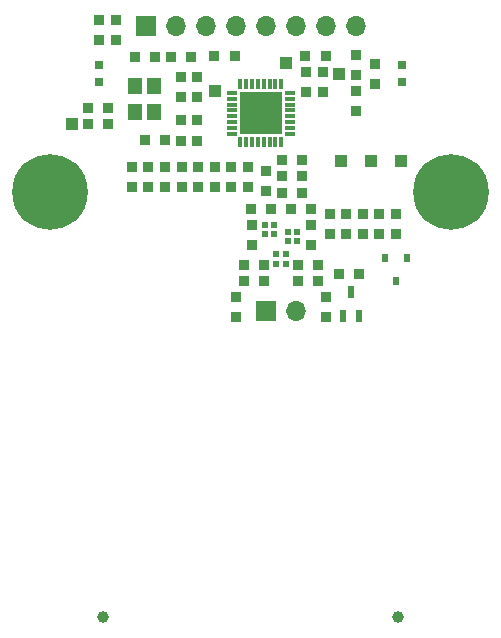
<source format=gts>
G04 #@! TF.GenerationSoftware,KiCad,Pcbnew,7.0.7*
G04 #@! TF.CreationDate,2024-01-15T15:13:53+00:00*
G04 #@! TF.ProjectId,cardboard,63617264-626f-4617-9264-2e6b69636164,rev?*
G04 #@! TF.SameCoordinates,Original*
G04 #@! TF.FileFunction,Soldermask,Top*
G04 #@! TF.FilePolarity,Negative*
%FSLAX46Y46*%
G04 Gerber Fmt 4.6, Leading zero omitted, Abs format (unit mm)*
G04 Created by KiCad (PCBNEW 7.0.7) date 2024-01-15 15:13:53*
%MOMM*%
%LPD*%
G01*
G04 APERTURE LIST*
G04 Aperture macros list*
%AMRoundRect*
0 Rectangle with rounded corners*
0 $1 Rounding radius*
0 $2 $3 $4 $5 $6 $7 $8 $9 X,Y pos of 4 corners*
0 Add a 4 corners polygon primitive as box body*
4,1,4,$2,$3,$4,$5,$6,$7,$8,$9,$2,$3,0*
0 Add four circle primitives for the rounded corners*
1,1,$1+$1,$2,$3*
1,1,$1+$1,$4,$5*
1,1,$1+$1,$6,$7*
1,1,$1+$1,$8,$9*
0 Add four rect primitives between the rounded corners*
20,1,$1+$1,$2,$3,$4,$5,0*
20,1,$1+$1,$4,$5,$6,$7,0*
20,1,$1+$1,$6,$7,$8,$9,0*
20,1,$1+$1,$8,$9,$2,$3,0*%
G04 Aperture macros list end*
%ADD10RoundRect,0.225000X0.225000X-0.225000X0.225000X0.225000X-0.225000X0.225000X-0.225000X-0.225000X0*%
%ADD11R,0.600000X0.600000*%
%ADD12RoundRect,0.225000X-0.225000X0.225000X-0.225000X-0.225000X0.225000X-0.225000X0.225000X0.225000X0*%
%ADD13RoundRect,0.225000X-0.225000X-0.225000X0.225000X-0.225000X0.225000X0.225000X-0.225000X0.225000X0*%
%ADD14R,0.500000X1.000000*%
%ADD15R,1.200000X1.400000*%
%ADD16R,1.000000X1.000000*%
%ADD17R,0.800000X0.800000*%
%ADD18RoundRect,0.225000X0.225000X0.225000X-0.225000X0.225000X-0.225000X-0.225000X0.225000X-0.225000X0*%
%ADD19C,1.000000*%
%ADD20R,0.600000X0.700000*%
%ADD21C,6.400000*%
%ADD22R,1.700000X1.700000*%
%ADD23O,1.700000X1.700000*%
%ADD24R,0.850000X0.300000*%
%ADD25R,0.300000X0.850000*%
%ADD26R,3.600000X3.600000*%
G04 APERTURE END LIST*
D10*
X92215000Y-60320000D03*
X92215000Y-58620000D03*
D11*
X107015000Y-75970000D03*
X107015000Y-76770000D03*
X106215000Y-76770000D03*
X106215000Y-75970000D03*
D12*
X111715000Y-75020000D03*
X111715000Y-76720000D03*
D13*
X104450000Y-79370000D03*
X106150000Y-79370000D03*
D14*
X112865000Y-83670000D03*
X114165000Y-83670000D03*
X113515000Y-81670000D03*
D13*
X109050000Y-80770000D03*
X110750000Y-80770000D03*
D15*
X95225000Y-64190000D03*
X96825000Y-64190000D03*
X95225000Y-66390000D03*
X96825000Y-66390000D03*
D10*
X109715000Y-64770000D03*
X109715000Y-63070000D03*
X99125000Y-68840000D03*
X99125000Y-67140000D03*
X115515000Y-64020000D03*
X115515000Y-62320000D03*
X105100000Y-77720000D03*
X105100000Y-76020000D03*
D12*
X103375000Y-71090000D03*
X103375000Y-72790000D03*
D16*
X117715000Y-70600000D03*
D13*
X104450000Y-80770000D03*
X106150000Y-80770000D03*
D10*
X115915000Y-76720000D03*
X115915000Y-75020000D03*
D12*
X114515000Y-75020000D03*
X114515000Y-76720000D03*
D10*
X113915000Y-63320000D03*
X113915000Y-61620000D03*
D13*
X95265000Y-61770000D03*
X96965000Y-61770000D03*
D10*
X106300000Y-73120000D03*
X106300000Y-71420000D03*
D13*
X109050000Y-79370000D03*
X110750000Y-79370000D03*
D12*
X110100000Y-76020000D03*
X110100000Y-77720000D03*
X94975000Y-71090000D03*
X94975000Y-72790000D03*
D17*
X117815000Y-62420000D03*
X117815000Y-63920000D03*
D18*
X99965000Y-61770000D03*
X98265000Y-61770000D03*
D10*
X111415000Y-83820000D03*
X111415000Y-82120000D03*
D19*
X117515000Y-109170000D03*
D11*
X107200000Y-78470000D03*
X108000000Y-78470000D03*
X108000000Y-79270000D03*
X107200000Y-79270000D03*
D12*
X104775000Y-71090000D03*
X104775000Y-72790000D03*
D10*
X100525000Y-65140000D03*
X100525000Y-63440000D03*
X113915000Y-66320000D03*
X113915000Y-64620000D03*
D18*
X103665000Y-61670000D03*
X101965000Y-61670000D03*
D13*
X107650000Y-71870000D03*
X109350000Y-71870000D03*
D18*
X92965000Y-67470000D03*
X91265000Y-67470000D03*
D10*
X100525000Y-68840000D03*
X100525000Y-67140000D03*
X93615000Y-60320000D03*
X93615000Y-58620000D03*
D13*
X105050000Y-74670000D03*
X106750000Y-74670000D03*
D12*
X99175000Y-71090000D03*
X99175000Y-72790000D03*
X96375000Y-71090000D03*
X96375000Y-72790000D03*
D18*
X97775000Y-68790000D03*
X96075000Y-68790000D03*
D10*
X103815000Y-83820000D03*
X103815000Y-82120000D03*
X117315000Y-76720000D03*
X117315000Y-75020000D03*
D12*
X100575000Y-71090000D03*
X100575000Y-72790000D03*
D11*
X108150000Y-77370000D03*
X108150000Y-76570000D03*
X108950000Y-76570000D03*
X108950000Y-77370000D03*
D16*
X102000000Y-64670000D03*
D13*
X91265000Y-66070000D03*
X92965000Y-66070000D03*
D16*
X108000000Y-62270000D03*
X112515000Y-63170000D03*
D13*
X109665000Y-61670000D03*
X111365000Y-61670000D03*
D12*
X101975000Y-71090000D03*
X101975000Y-72790000D03*
D10*
X99125000Y-65140000D03*
X99125000Y-63440000D03*
D12*
X97775000Y-71090000D03*
X97775000Y-72790000D03*
D20*
X118265000Y-78770000D03*
X116365000Y-78770000D03*
X117315000Y-80770000D03*
D21*
X122015000Y-73170000D03*
D18*
X109350000Y-73270000D03*
X107650000Y-73270000D03*
D16*
X89915000Y-67470000D03*
D18*
X114165000Y-80170000D03*
X112465000Y-80170000D03*
D13*
X108450000Y-74670000D03*
X110150000Y-74670000D03*
D21*
X88015000Y-73170000D03*
D13*
X107650000Y-70470000D03*
X109350000Y-70470000D03*
D19*
X92515000Y-109170000D03*
D16*
X112635000Y-70600000D03*
X115175000Y-70600000D03*
D17*
X92215000Y-62420000D03*
X92215000Y-63920000D03*
D10*
X111115000Y-64770000D03*
X111115000Y-63070000D03*
X113115000Y-76720000D03*
X113115000Y-75020000D03*
D22*
X106340000Y-83270000D03*
D23*
X108880000Y-83270000D03*
D24*
X103425000Y-64790000D03*
X103425000Y-65290000D03*
X103425000Y-65790000D03*
X103425000Y-66290000D03*
X103425000Y-66790000D03*
X103425000Y-67290000D03*
X103425000Y-67790000D03*
X103425000Y-68290000D03*
D25*
X104125000Y-68990000D03*
X104625000Y-68990000D03*
X105125000Y-68990000D03*
X105625000Y-68990000D03*
X106125000Y-68990000D03*
X106625000Y-68990000D03*
X107125000Y-68990000D03*
X107625000Y-68990000D03*
D24*
X108325000Y-68290000D03*
X108325000Y-67790000D03*
X108325000Y-67290000D03*
X108325000Y-66790000D03*
X108325000Y-66290000D03*
X108325000Y-65790000D03*
X108325000Y-65290000D03*
X108325000Y-64790000D03*
D25*
X107625000Y-64090000D03*
X107125000Y-64090000D03*
X106625000Y-64090000D03*
X106125000Y-64090000D03*
X105625000Y-64090000D03*
X105125000Y-64090000D03*
X104625000Y-64090000D03*
X104125000Y-64090000D03*
D26*
X105875000Y-66540000D03*
D22*
X96125000Y-59170000D03*
D23*
X98665000Y-59170000D03*
X101205000Y-59170000D03*
X103745000Y-59170000D03*
X106285000Y-59170000D03*
X108825000Y-59170000D03*
X111365000Y-59170000D03*
X113905000Y-59170000D03*
M02*

</source>
